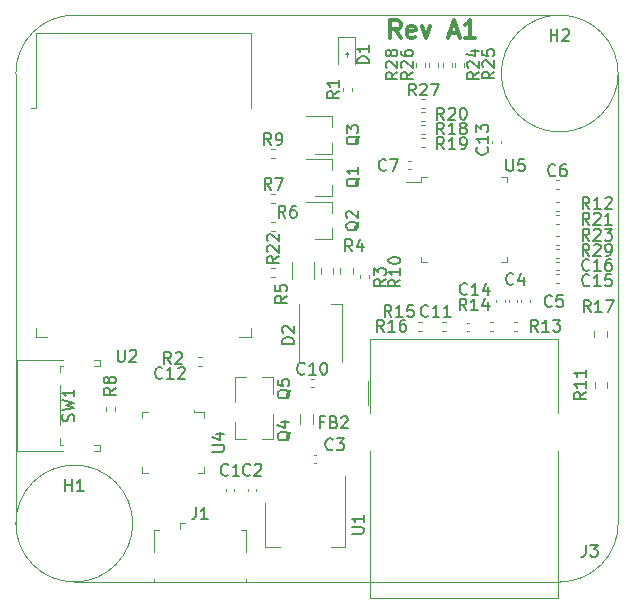
<source format=gbr>
G04 #@! TF.GenerationSoftware,KiCad,Pcbnew,(5.1.7)-1*
G04 #@! TF.CreationDate,2021-04-20T15:22:48-07:00*
G04 #@! TF.ProjectId,EsperDNS,45737065-7244-44e5-932e-6b696361645f,rev?*
G04 #@! TF.SameCoordinates,Original*
G04 #@! TF.FileFunction,Legend,Top*
G04 #@! TF.FilePolarity,Positive*
%FSLAX46Y46*%
G04 Gerber Fmt 4.6, Leading zero omitted, Abs format (unit mm)*
G04 Created by KiCad (PCBNEW (5.1.7)-1) date 2021-04-20 15:22:48*
%MOMM*%
%LPD*%
G01*
G04 APERTURE LIST*
%ADD10C,0.300000*%
G04 #@! TA.AperFunction,Profile*
%ADD11C,0.100000*%
G04 #@! TD*
%ADD12C,0.120000*%
%ADD13C,0.100000*%
%ADD14C,0.150000*%
G04 APERTURE END LIST*
D10*
X7071428Y22071428D02*
X6571428Y22785714D01*
X6214285Y22071428D02*
X6214285Y23571428D01*
X6785714Y23571428D01*
X6928571Y23500000D01*
X7000000Y23428571D01*
X7071428Y23285714D01*
X7071428Y23071428D01*
X7000000Y22928571D01*
X6928571Y22857142D01*
X6785714Y22785714D01*
X6214285Y22785714D01*
X8285714Y22142857D02*
X8142857Y22071428D01*
X7857142Y22071428D01*
X7714285Y22142857D01*
X7642857Y22285714D01*
X7642857Y22857142D01*
X7714285Y23000000D01*
X7857142Y23071428D01*
X8142857Y23071428D01*
X8285714Y23000000D01*
X8357142Y22857142D01*
X8357142Y22714285D01*
X7642857Y22571428D01*
X8857142Y23071428D02*
X9214285Y22071428D01*
X9571428Y23071428D01*
X11214285Y22500000D02*
X11928571Y22500000D01*
X11071428Y22071428D02*
X11571428Y23571428D01*
X12071428Y22071428D01*
X13357142Y22071428D02*
X12500000Y22071428D01*
X12928571Y22071428D02*
X12928571Y23571428D01*
X12785714Y23357142D01*
X12642857Y23214285D01*
X12500000Y23142857D01*
D11*
X-25500000Y-19050000D02*
G75*
G03*
X-20550000Y-24000000I4950000J0D01*
G01*
X20550000Y-24000000D02*
G75*
G03*
X25500000Y-19050000I0J4950000D01*
G01*
X25500000Y19050000D02*
G75*
G03*
X20550000Y24000000I-4950000J0D01*
G01*
X-20550000Y24000000D02*
G75*
G03*
X-25500000Y19050000I0J-4950000D01*
G01*
D12*
X-15600000Y-19050000D02*
G75*
G03*
X-15600000Y-19050000I-4950000J0D01*
G01*
X25500000Y19050000D02*
G75*
G03*
X25500000Y19050000I-4950000J0D01*
G01*
X2350000Y20700000D02*
X2500000Y20850000D01*
X2650000Y20700000D02*
X2350000Y20700000D01*
X2500000Y20850000D02*
X2650000Y20700000D01*
X2500000Y20450000D02*
X2500000Y20850000D01*
D11*
X25500000Y19050000D02*
X25500000Y-19050000D01*
X-20550000Y24000000D02*
X20550000Y24000000D01*
X-25500000Y19050000D02*
X-25500000Y-19050000D01*
X-20550000Y-24000000D02*
X20550000Y-24000000D01*
D12*
X15610000Y3090000D02*
X16060000Y3090000D01*
X16060000Y3090000D02*
X16060000Y3540000D01*
X9290000Y3090000D02*
X8840000Y3090000D01*
X8840000Y3090000D02*
X8840000Y3540000D01*
X15610000Y10310000D02*
X16060000Y10310000D01*
X16060000Y10310000D02*
X16060000Y9860000D01*
X9290000Y10310000D02*
X8840000Y10310000D01*
X8840000Y10310000D02*
X8840000Y9860000D01*
X8840000Y9860000D02*
X7550000Y9860000D01*
X20242164Y10010000D02*
X20457836Y10010000D01*
X20242164Y9290000D02*
X20457836Y9290000D01*
X20242164Y2060000D02*
X20457836Y2060000D01*
X20242164Y1340000D02*
X20457836Y1340000D01*
X-507836Y-6790000D02*
X-292164Y-6790000D01*
X-507836Y-7510000D02*
X-292164Y-7510000D01*
X-282836Y-13240000D02*
X-67164Y-13240000D01*
X-282836Y-13960000D02*
X-67164Y-13960000D01*
X20196359Y4230000D02*
X20503641Y4230000D01*
X20196359Y3470000D02*
X20503641Y3470000D01*
X9470000Y19596359D02*
X9470000Y19903641D01*
X10230000Y19596359D02*
X10230000Y19903641D01*
X9153641Y16170000D02*
X8846359Y16170000D01*
X9153641Y16930000D02*
X8846359Y16930000D01*
X9130000Y19903641D02*
X9130000Y19596359D01*
X8370000Y19903641D02*
X8370000Y19596359D01*
X12480000Y19903641D02*
X12480000Y19596359D01*
X11720000Y19903641D02*
X11720000Y19596359D01*
X11430000Y19903641D02*
X11430000Y19596359D01*
X10670000Y19903641D02*
X10670000Y19596359D01*
X20503641Y4520000D02*
X20196359Y4520000D01*
X20503641Y5280000D02*
X20196359Y5280000D01*
X20503641Y6320000D02*
X20196359Y6320000D01*
X20503641Y7080000D02*
X20196359Y7080000D01*
X20503641Y7370000D02*
X20196359Y7370000D01*
X20503641Y8130000D02*
X20196359Y8130000D01*
X24572500Y-7062742D02*
X24572500Y-7537258D01*
X23527500Y-7062742D02*
X23527500Y-7537258D01*
X20242164Y3110000D02*
X20457836Y3110000D01*
X20242164Y2390000D02*
X20457836Y2390000D01*
X15910000Y-92164D02*
X15910000Y-307836D01*
X15190000Y-92164D02*
X15190000Y-307836D01*
X14840000Y13142164D02*
X14840000Y13357836D01*
X15560000Y13142164D02*
X15560000Y13357836D01*
D13*
X-14800000Y-9600000D02*
X-14300000Y-9600000D01*
X-14800000Y-9600000D02*
X-14800000Y-10100000D01*
X-14800000Y-14800000D02*
X-14800000Y-14300000D01*
X-14800000Y-14800000D02*
X-14300000Y-14800000D01*
X-9600000Y-14800000D02*
X-10100000Y-14800000D01*
X-9600000Y-14800000D02*
X-9600000Y-14300000D01*
X-9600000Y-9600000D02*
X-10400000Y-9600000D01*
X-10400000Y-9600000D02*
X-10400000Y-9400000D01*
X-9600000Y-9600000D02*
X-9600000Y-10100000D01*
D12*
X-13806000Y-19573500D02*
X-13356000Y-19573500D01*
X-13806000Y-21423500D02*
X-13806000Y-19573500D01*
X-6006000Y-23973500D02*
X-6006000Y-23723500D01*
X-13806000Y-23973500D02*
X-13806000Y-23723500D01*
X-6006000Y-21423500D02*
X-6006000Y-19573500D01*
X-6006000Y-19573500D02*
X-6456000Y-19573500D01*
X-11606000Y-19023500D02*
X-11156000Y-19023500D01*
X-11606000Y-19023500D02*
X-11606000Y-19473500D01*
X-3754000Y-6606000D02*
X-4684000Y-6606000D01*
X-6914000Y-6606000D02*
X-5984000Y-6606000D01*
X-6914000Y-6606000D02*
X-6914000Y-8766000D01*
X-3754000Y-6606000D02*
X-3754000Y-8066000D01*
X-6914000Y-11936000D02*
X-5984000Y-11936000D01*
X-3754000Y-11936000D02*
X-4684000Y-11936000D01*
X-3754000Y-11936000D02*
X-3754000Y-9776000D01*
X-6914000Y-11936000D02*
X-6914000Y-10476000D01*
X24522500Y-3237258D02*
X24522500Y-2762742D01*
X23477500Y-3237258D02*
X23477500Y-2762742D01*
X-1460000Y-9800378D02*
X-1460000Y-10599622D01*
X-340000Y-9800378D02*
X-340000Y-10599622D01*
X-3546359Y2580000D02*
X-3853641Y2580000D01*
X-3546359Y1820000D02*
X-3853641Y1820000D01*
X-23820000Y-2455000D02*
X-23820000Y-3235000D01*
X-23820000Y-3235000D02*
X-22820000Y-3235000D01*
X-5580000Y-2455000D02*
X-5580000Y-3235000D01*
X-5580000Y-3235000D02*
X-6580000Y-3235000D01*
X-23820000Y22510000D02*
X-5580000Y22510000D01*
X-5580000Y22510000D02*
X-5580000Y16090000D01*
X-23820000Y22510000D02*
X-23820000Y16090000D01*
X-23820000Y16090000D02*
X-24200000Y16090000D01*
X-4410000Y-21060000D02*
X-3150000Y-21060000D01*
X2410000Y-21060000D02*
X1150000Y-21060000D01*
X-4410000Y-17300000D02*
X-4410000Y-21060000D01*
X2410000Y-15050000D02*
X2410000Y-21060000D01*
X-21730000Y-12390000D02*
X-21500000Y-12390000D01*
X-25400000Y-12910000D02*
X-25400000Y-5190000D01*
X-25400000Y-5190000D02*
X-21500000Y-5190000D01*
X-18390000Y-12910000D02*
X-18390000Y-12390000D01*
X-25400000Y-12910000D02*
X-21500000Y-12910000D01*
X-21730000Y-5710000D02*
X-21500000Y-5710000D01*
X-18900000Y-12390000D02*
X-18390000Y-12390000D01*
X-18900000Y-12910000D02*
X-18390000Y-12910000D01*
X-21730000Y-6250000D02*
X-21730000Y-5710000D01*
X-18900000Y-5710000D02*
X-18390000Y-5710000D01*
X-18390000Y-5710000D02*
X-18390000Y-5190000D01*
X-18900000Y-5190000D02*
X-18390000Y-5190000D01*
X-21730000Y-12390000D02*
X-21730000Y-11850000D01*
X-21730000Y-10750000D02*
X-21730000Y-7350000D01*
X9153641Y15070000D02*
X8846359Y15070000D01*
X9153641Y15830000D02*
X8846359Y15830000D01*
X9153641Y12870000D02*
X8846359Y12870000D01*
X9153641Y13630000D02*
X8846359Y13630000D01*
X9153641Y13970000D02*
X8846359Y13970000D01*
X9153641Y14730000D02*
X8846359Y14730000D01*
X8586359Y-2020000D02*
X8893641Y-2020000D01*
X8586359Y-2780000D02*
X8893641Y-2780000D01*
X10913641Y-2780000D02*
X10606359Y-2780000D01*
X10913641Y-2020000D02*
X10606359Y-2020000D01*
X14636359Y-2020000D02*
X14943641Y-2020000D01*
X14636359Y-2780000D02*
X14943641Y-2780000D01*
X16963641Y-2780000D02*
X16656359Y-2780000D01*
X16963641Y-2020000D02*
X16656359Y-2020000D01*
X3620000Y1696359D02*
X3620000Y2003641D01*
X4380000Y1696359D02*
X4380000Y2003641D01*
X-3863641Y12680000D02*
X-3556359Y12680000D01*
X-3863641Y11920000D02*
X-3556359Y11920000D01*
X-17880000Y-9503641D02*
X-17880000Y-9196359D01*
X-17120000Y-9503641D02*
X-17120000Y-9196359D01*
X-3853641Y8880000D02*
X-3546359Y8880000D01*
X-3853641Y8120000D02*
X-3546359Y8120000D01*
X-3863641Y6480000D02*
X-3556359Y6480000D01*
X-3863641Y5720000D02*
X-3556359Y5720000D01*
X-2110000Y1660436D02*
X-2110000Y3114564D01*
X-290000Y1660436D02*
X-290000Y3114564D01*
X327500Y2087742D02*
X327500Y2562258D01*
X1372500Y2087742D02*
X1372500Y2562258D01*
X1977500Y2087742D02*
X1977500Y2562258D01*
X3022500Y2087742D02*
X3022500Y2562258D01*
X-9752359Y-5714000D02*
X-10059641Y-5714000D01*
X-9752359Y-4954000D02*
X-10059641Y-4954000D01*
X2170000Y17556359D02*
X2170000Y17863641D01*
X2930000Y17556359D02*
X2930000Y17863641D01*
X1260000Y12270000D02*
X1260000Y13200000D01*
X1260000Y15430000D02*
X1260000Y14500000D01*
X1260000Y15430000D02*
X-900000Y15430000D01*
X1260000Y12270000D02*
X-200000Y12270000D01*
X1260000Y5020000D02*
X1260000Y5950000D01*
X1260000Y8180000D02*
X1260000Y7250000D01*
X1260000Y8180000D02*
X-900000Y8180000D01*
X1260000Y5020000D02*
X-200000Y5020000D01*
X1260000Y8670000D02*
X1260000Y9600000D01*
X1260000Y11830000D02*
X1260000Y10900000D01*
X1260000Y11830000D02*
X-900000Y11830000D01*
X1260000Y8670000D02*
X-200000Y8670000D01*
X4490000Y-9690000D02*
X4490000Y-3410000D01*
X4490000Y-3410000D02*
X20440000Y-3410000D01*
X20440000Y-3410000D02*
X20440000Y-9690000D01*
X20440000Y-12890000D02*
X20440000Y-25330000D01*
X20440000Y-25330000D02*
X4490000Y-25330000D01*
X4490000Y-25330000D02*
X4490000Y-12890000D01*
X4290000Y-7000000D02*
X4290000Y-9000000D01*
X2100000Y-450000D02*
X1200000Y-450000D01*
X-1500000Y-450000D02*
X-1500000Y-5350000D01*
X2100000Y-5350000D02*
X2100000Y-450000D01*
X3235000Y19862500D02*
X3235000Y22147500D01*
X3235000Y22147500D02*
X1765000Y22147500D01*
X1765000Y22147500D02*
X1765000Y19862500D01*
X12672164Y-2040000D02*
X12887836Y-2040000D01*
X12672164Y-2760000D02*
X12887836Y-2760000D01*
X7957836Y10940000D02*
X7742164Y10940000D01*
X7957836Y11660000D02*
X7742164Y11660000D01*
X18010000Y-92164D02*
X18010000Y-307836D01*
X17290000Y-92164D02*
X17290000Y-307836D01*
X16960000Y-92164D02*
X16960000Y-307836D01*
X16240000Y-92164D02*
X16240000Y-307836D01*
X-5140000Y-16092164D02*
X-5140000Y-16307836D01*
X-5860000Y-16092164D02*
X-5860000Y-16307836D01*
X-6990000Y-16112164D02*
X-6990000Y-16327836D01*
X-7710000Y-16112164D02*
X-7710000Y-16327836D01*
D14*
X16038095Y11797619D02*
X16038095Y10988095D01*
X16085714Y10892857D01*
X16133333Y10845238D01*
X16228571Y10797619D01*
X16419047Y10797619D01*
X16514285Y10845238D01*
X16561904Y10892857D01*
X16609523Y10988095D01*
X16609523Y11797619D01*
X17561904Y11797619D02*
X17085714Y11797619D01*
X17038095Y11321428D01*
X17085714Y11369047D01*
X17180952Y11416666D01*
X17419047Y11416666D01*
X17514285Y11369047D01*
X17561904Y11321428D01*
X17609523Y11226190D01*
X17609523Y10988095D01*
X17561904Y10892857D01*
X17514285Y10845238D01*
X17419047Y10797619D01*
X17180952Y10797619D01*
X17085714Y10845238D01*
X17038095Y10892857D01*
X20183333Y10452857D02*
X20135714Y10405238D01*
X19992857Y10357619D01*
X19897619Y10357619D01*
X19754761Y10405238D01*
X19659523Y10500476D01*
X19611904Y10595714D01*
X19564285Y10786190D01*
X19564285Y10929047D01*
X19611904Y11119523D01*
X19659523Y11214761D01*
X19754761Y11310000D01*
X19897619Y11357619D01*
X19992857Y11357619D01*
X20135714Y11310000D01*
X20183333Y11262380D01*
X21040476Y11357619D02*
X20850000Y11357619D01*
X20754761Y11310000D01*
X20707142Y11262380D01*
X20611904Y11119523D01*
X20564285Y10929047D01*
X20564285Y10548095D01*
X20611904Y10452857D01*
X20659523Y10405238D01*
X20754761Y10357619D01*
X20945238Y10357619D01*
X21040476Y10405238D01*
X21088095Y10452857D01*
X21135714Y10548095D01*
X21135714Y10786190D01*
X21088095Y10881428D01*
X21040476Y10929047D01*
X20945238Y10976666D01*
X20754761Y10976666D01*
X20659523Y10929047D01*
X20611904Y10881428D01*
X20564285Y10786190D01*
X23057142Y1142857D02*
X23009523Y1095238D01*
X22866666Y1047619D01*
X22771428Y1047619D01*
X22628571Y1095238D01*
X22533333Y1190476D01*
X22485714Y1285714D01*
X22438095Y1476190D01*
X22438095Y1619047D01*
X22485714Y1809523D01*
X22533333Y1904761D01*
X22628571Y2000000D01*
X22771428Y2047619D01*
X22866666Y2047619D01*
X23009523Y2000000D01*
X23057142Y1952380D01*
X24009523Y1047619D02*
X23438095Y1047619D01*
X23723809Y1047619D02*
X23723809Y2047619D01*
X23628571Y1904761D01*
X23533333Y1809523D01*
X23438095Y1761904D01*
X24914285Y2047619D02*
X24438095Y2047619D01*
X24390476Y1571428D01*
X24438095Y1619047D01*
X24533333Y1666666D01*
X24771428Y1666666D01*
X24866666Y1619047D01*
X24914285Y1571428D01*
X24961904Y1476190D01*
X24961904Y1238095D01*
X24914285Y1142857D01*
X24866666Y1095238D01*
X24771428Y1047619D01*
X24533333Y1047619D01*
X24438095Y1095238D01*
X24390476Y1142857D01*
X-1042857Y-6347142D02*
X-1090476Y-6394761D01*
X-1233333Y-6442380D01*
X-1328571Y-6442380D01*
X-1471428Y-6394761D01*
X-1566666Y-6299523D01*
X-1614285Y-6204285D01*
X-1661904Y-6013809D01*
X-1661904Y-5870952D01*
X-1614285Y-5680476D01*
X-1566666Y-5585238D01*
X-1471428Y-5490000D01*
X-1328571Y-5442380D01*
X-1233333Y-5442380D01*
X-1090476Y-5490000D01*
X-1042857Y-5537619D01*
X-90476Y-6442380D02*
X-661904Y-6442380D01*
X-376190Y-6442380D02*
X-376190Y-5442380D01*
X-471428Y-5585238D01*
X-566666Y-5680476D01*
X-661904Y-5728095D01*
X528571Y-5442380D02*
X623809Y-5442380D01*
X719047Y-5490000D01*
X766666Y-5537619D01*
X814285Y-5632857D01*
X861904Y-5823333D01*
X861904Y-6061428D01*
X814285Y-6251904D01*
X766666Y-6347142D01*
X719047Y-6394761D01*
X623809Y-6442380D01*
X528571Y-6442380D01*
X433333Y-6394761D01*
X385714Y-6347142D01*
X338095Y-6251904D01*
X290476Y-6061428D01*
X290476Y-5823333D01*
X338095Y-5632857D01*
X385714Y-5537619D01*
X433333Y-5490000D01*
X528571Y-5442380D01*
X1333333Y-12757142D02*
X1285714Y-12804761D01*
X1142857Y-12852380D01*
X1047619Y-12852380D01*
X904761Y-12804761D01*
X809523Y-12709523D01*
X761904Y-12614285D01*
X714285Y-12423809D01*
X714285Y-12280952D01*
X761904Y-12090476D01*
X809523Y-11995238D01*
X904761Y-11900000D01*
X1047619Y-11852380D01*
X1142857Y-11852380D01*
X1285714Y-11900000D01*
X1333333Y-11947619D01*
X1666666Y-11852380D02*
X2285714Y-11852380D01*
X1952380Y-12233333D01*
X2095238Y-12233333D01*
X2190476Y-12280952D01*
X2238095Y-12328571D01*
X2285714Y-12423809D01*
X2285714Y-12661904D01*
X2238095Y-12757142D01*
X2190476Y-12804761D01*
X2095238Y-12852380D01*
X1809523Y-12852380D01*
X1714285Y-12804761D01*
X1666666Y-12757142D01*
X23057142Y3597619D02*
X22723809Y4073809D01*
X22485714Y3597619D02*
X22485714Y4597619D01*
X22866666Y4597619D01*
X22961904Y4550000D01*
X23009523Y4502380D01*
X23057142Y4407142D01*
X23057142Y4264285D01*
X23009523Y4169047D01*
X22961904Y4121428D01*
X22866666Y4073809D01*
X22485714Y4073809D01*
X23438095Y4502380D02*
X23485714Y4550000D01*
X23580952Y4597619D01*
X23819047Y4597619D01*
X23914285Y4550000D01*
X23961904Y4502380D01*
X24009523Y4407142D01*
X24009523Y4311904D01*
X23961904Y4169047D01*
X23390476Y3597619D01*
X24009523Y3597619D01*
X24485714Y3597619D02*
X24676190Y3597619D01*
X24771428Y3645238D01*
X24819047Y3692857D01*
X24914285Y3835714D01*
X24961904Y4026190D01*
X24961904Y4407142D01*
X24914285Y4502380D01*
X24866666Y4550000D01*
X24771428Y4597619D01*
X24580952Y4597619D01*
X24485714Y4550000D01*
X24438095Y4502380D01*
X24390476Y4407142D01*
X24390476Y4169047D01*
X24438095Y4073809D01*
X24485714Y4026190D01*
X24580952Y3978571D01*
X24771428Y3978571D01*
X24866666Y4026190D01*
X24914285Y4073809D01*
X24961904Y4169047D01*
X6802380Y19157142D02*
X6326190Y18823809D01*
X6802380Y18585714D02*
X5802380Y18585714D01*
X5802380Y18966666D01*
X5850000Y19061904D01*
X5897619Y19109523D01*
X5992857Y19157142D01*
X6135714Y19157142D01*
X6230952Y19109523D01*
X6278571Y19061904D01*
X6326190Y18966666D01*
X6326190Y18585714D01*
X5897619Y19538095D02*
X5850000Y19585714D01*
X5802380Y19680952D01*
X5802380Y19919047D01*
X5850000Y20014285D01*
X5897619Y20061904D01*
X5992857Y20109523D01*
X6088095Y20109523D01*
X6230952Y20061904D01*
X6802380Y19490476D01*
X6802380Y20109523D01*
X6230952Y20680952D02*
X6183333Y20585714D01*
X6135714Y20538095D01*
X6040476Y20490476D01*
X5992857Y20490476D01*
X5897619Y20538095D01*
X5850000Y20585714D01*
X5802380Y20680952D01*
X5802380Y20871428D01*
X5850000Y20966666D01*
X5897619Y21014285D01*
X5992857Y21061904D01*
X6040476Y21061904D01*
X6135714Y21014285D01*
X6183333Y20966666D01*
X6230952Y20871428D01*
X6230952Y20680952D01*
X6278571Y20585714D01*
X6326190Y20538095D01*
X6421428Y20490476D01*
X6611904Y20490476D01*
X6707142Y20538095D01*
X6754761Y20585714D01*
X6802380Y20680952D01*
X6802380Y20871428D01*
X6754761Y20966666D01*
X6707142Y21014285D01*
X6611904Y21061904D01*
X6421428Y21061904D01*
X6326190Y21014285D01*
X6278571Y20966666D01*
X6230952Y20871428D01*
X8357142Y17197619D02*
X8023809Y17673809D01*
X7785714Y17197619D02*
X7785714Y18197619D01*
X8166666Y18197619D01*
X8261904Y18150000D01*
X8309523Y18102380D01*
X8357142Y18007142D01*
X8357142Y17864285D01*
X8309523Y17769047D01*
X8261904Y17721428D01*
X8166666Y17673809D01*
X7785714Y17673809D01*
X8738095Y18102380D02*
X8785714Y18150000D01*
X8880952Y18197619D01*
X9119047Y18197619D01*
X9214285Y18150000D01*
X9261904Y18102380D01*
X9309523Y18007142D01*
X9309523Y17911904D01*
X9261904Y17769047D01*
X8690476Y17197619D01*
X9309523Y17197619D01*
X9642857Y18197619D02*
X10309523Y18197619D01*
X9880952Y17197619D01*
X8102380Y19157142D02*
X7626190Y18823809D01*
X8102380Y18585714D02*
X7102380Y18585714D01*
X7102380Y18966666D01*
X7150000Y19061904D01*
X7197619Y19109523D01*
X7292857Y19157142D01*
X7435714Y19157142D01*
X7530952Y19109523D01*
X7578571Y19061904D01*
X7626190Y18966666D01*
X7626190Y18585714D01*
X7197619Y19538095D02*
X7150000Y19585714D01*
X7102380Y19680952D01*
X7102380Y19919047D01*
X7150000Y20014285D01*
X7197619Y20061904D01*
X7292857Y20109523D01*
X7388095Y20109523D01*
X7530952Y20061904D01*
X8102380Y19490476D01*
X8102380Y20109523D01*
X7102380Y20966666D02*
X7102380Y20776190D01*
X7150000Y20680952D01*
X7197619Y20633333D01*
X7340476Y20538095D01*
X7530952Y20490476D01*
X7911904Y20490476D01*
X8007142Y20538095D01*
X8054761Y20585714D01*
X8102380Y20680952D01*
X8102380Y20871428D01*
X8054761Y20966666D01*
X8007142Y21014285D01*
X7911904Y21061904D01*
X7673809Y21061904D01*
X7578571Y21014285D01*
X7530952Y20966666D01*
X7483333Y20871428D01*
X7483333Y20680952D01*
X7530952Y20585714D01*
X7578571Y20538095D01*
X7673809Y20490476D01*
X15002380Y19207142D02*
X14526190Y18873809D01*
X15002380Y18635714D02*
X14002380Y18635714D01*
X14002380Y19016666D01*
X14050000Y19111904D01*
X14097619Y19159523D01*
X14192857Y19207142D01*
X14335714Y19207142D01*
X14430952Y19159523D01*
X14478571Y19111904D01*
X14526190Y19016666D01*
X14526190Y18635714D01*
X14097619Y19588095D02*
X14050000Y19635714D01*
X14002380Y19730952D01*
X14002380Y19969047D01*
X14050000Y20064285D01*
X14097619Y20111904D01*
X14192857Y20159523D01*
X14288095Y20159523D01*
X14430952Y20111904D01*
X15002380Y19540476D01*
X15002380Y20159523D01*
X14002380Y21064285D02*
X14002380Y20588095D01*
X14478571Y20540476D01*
X14430952Y20588095D01*
X14383333Y20683333D01*
X14383333Y20921428D01*
X14430952Y21016666D01*
X14478571Y21064285D01*
X14573809Y21111904D01*
X14811904Y21111904D01*
X14907142Y21064285D01*
X14954761Y21016666D01*
X15002380Y20921428D01*
X15002380Y20683333D01*
X14954761Y20588095D01*
X14907142Y20540476D01*
X13702380Y19157142D02*
X13226190Y18823809D01*
X13702380Y18585714D02*
X12702380Y18585714D01*
X12702380Y18966666D01*
X12750000Y19061904D01*
X12797619Y19109523D01*
X12892857Y19157142D01*
X13035714Y19157142D01*
X13130952Y19109523D01*
X13178571Y19061904D01*
X13226190Y18966666D01*
X13226190Y18585714D01*
X12797619Y19538095D02*
X12750000Y19585714D01*
X12702380Y19680952D01*
X12702380Y19919047D01*
X12750000Y20014285D01*
X12797619Y20061904D01*
X12892857Y20109523D01*
X12988095Y20109523D01*
X13130952Y20061904D01*
X13702380Y19490476D01*
X13702380Y20109523D01*
X13035714Y20966666D02*
X13702380Y20966666D01*
X12654761Y20728571D02*
X13369047Y20490476D01*
X13369047Y21109523D01*
X23057142Y4897619D02*
X22723809Y5373809D01*
X22485714Y4897619D02*
X22485714Y5897619D01*
X22866666Y5897619D01*
X22961904Y5850000D01*
X23009523Y5802380D01*
X23057142Y5707142D01*
X23057142Y5564285D01*
X23009523Y5469047D01*
X22961904Y5421428D01*
X22866666Y5373809D01*
X22485714Y5373809D01*
X23438095Y5802380D02*
X23485714Y5850000D01*
X23580952Y5897619D01*
X23819047Y5897619D01*
X23914285Y5850000D01*
X23961904Y5802380D01*
X24009523Y5707142D01*
X24009523Y5611904D01*
X23961904Y5469047D01*
X23390476Y4897619D01*
X24009523Y4897619D01*
X24342857Y5897619D02*
X24961904Y5897619D01*
X24628571Y5516666D01*
X24771428Y5516666D01*
X24866666Y5469047D01*
X24914285Y5421428D01*
X24961904Y5326190D01*
X24961904Y5088095D01*
X24914285Y4992857D01*
X24866666Y4945238D01*
X24771428Y4897619D01*
X24485714Y4897619D01*
X24390476Y4945238D01*
X24342857Y4992857D01*
X23057142Y6247619D02*
X22723809Y6723809D01*
X22485714Y6247619D02*
X22485714Y7247619D01*
X22866666Y7247619D01*
X22961904Y7200000D01*
X23009523Y7152380D01*
X23057142Y7057142D01*
X23057142Y6914285D01*
X23009523Y6819047D01*
X22961904Y6771428D01*
X22866666Y6723809D01*
X22485714Y6723809D01*
X23438095Y7152380D02*
X23485714Y7200000D01*
X23580952Y7247619D01*
X23819047Y7247619D01*
X23914285Y7200000D01*
X23961904Y7152380D01*
X24009523Y7057142D01*
X24009523Y6961904D01*
X23961904Y6819047D01*
X23390476Y6247619D01*
X24009523Y6247619D01*
X24961904Y6247619D02*
X24390476Y6247619D01*
X24676190Y6247619D02*
X24676190Y7247619D01*
X24580952Y7104761D01*
X24485714Y7009523D01*
X24390476Y6961904D01*
X23057142Y7597619D02*
X22723809Y8073809D01*
X22485714Y7597619D02*
X22485714Y8597619D01*
X22866666Y8597619D01*
X22961904Y8550000D01*
X23009523Y8502380D01*
X23057142Y8407142D01*
X23057142Y8264285D01*
X23009523Y8169047D01*
X22961904Y8121428D01*
X22866666Y8073809D01*
X22485714Y8073809D01*
X24009523Y7597619D02*
X23438095Y7597619D01*
X23723809Y7597619D02*
X23723809Y8597619D01*
X23628571Y8454761D01*
X23533333Y8359523D01*
X23438095Y8311904D01*
X24390476Y8502380D02*
X24438095Y8550000D01*
X24533333Y8597619D01*
X24771428Y8597619D01*
X24866666Y8550000D01*
X24914285Y8502380D01*
X24961904Y8407142D01*
X24961904Y8311904D01*
X24914285Y8169047D01*
X24342857Y7597619D01*
X24961904Y7597619D01*
X22752380Y-7942857D02*
X22276190Y-8276190D01*
X22752380Y-8514285D02*
X21752380Y-8514285D01*
X21752380Y-8133333D01*
X21800000Y-8038095D01*
X21847619Y-7990476D01*
X21942857Y-7942857D01*
X22085714Y-7942857D01*
X22180952Y-7990476D01*
X22228571Y-8038095D01*
X22276190Y-8133333D01*
X22276190Y-8514285D01*
X22752380Y-6990476D02*
X22752380Y-7561904D01*
X22752380Y-7276190D02*
X21752380Y-7276190D01*
X21895238Y-7371428D01*
X21990476Y-7466666D01*
X22038095Y-7561904D01*
X22752380Y-6038095D02*
X22752380Y-6609523D01*
X22752380Y-6323809D02*
X21752380Y-6323809D01*
X21895238Y-6419047D01*
X21990476Y-6514285D01*
X22038095Y-6609523D01*
X23057142Y2442857D02*
X23009523Y2395238D01*
X22866666Y2347619D01*
X22771428Y2347619D01*
X22628571Y2395238D01*
X22533333Y2490476D01*
X22485714Y2585714D01*
X22438095Y2776190D01*
X22438095Y2919047D01*
X22485714Y3109523D01*
X22533333Y3204761D01*
X22628571Y3300000D01*
X22771428Y3347619D01*
X22866666Y3347619D01*
X23009523Y3300000D01*
X23057142Y3252380D01*
X24009523Y2347619D02*
X23438095Y2347619D01*
X23723809Y2347619D02*
X23723809Y3347619D01*
X23628571Y3204761D01*
X23533333Y3109523D01*
X23438095Y3061904D01*
X24866666Y3347619D02*
X24676190Y3347619D01*
X24580952Y3300000D01*
X24533333Y3252380D01*
X24438095Y3109523D01*
X24390476Y2919047D01*
X24390476Y2538095D01*
X24438095Y2442857D01*
X24485714Y2395238D01*
X24580952Y2347619D01*
X24771428Y2347619D01*
X24866666Y2395238D01*
X24914285Y2442857D01*
X24961904Y2538095D01*
X24961904Y2776190D01*
X24914285Y2871428D01*
X24866666Y2919047D01*
X24771428Y2966666D01*
X24580952Y2966666D01*
X24485714Y2919047D01*
X24438095Y2871428D01*
X24390476Y2776190D01*
X12707142Y392857D02*
X12659523Y345238D01*
X12516666Y297619D01*
X12421428Y297619D01*
X12278571Y345238D01*
X12183333Y440476D01*
X12135714Y535714D01*
X12088095Y726190D01*
X12088095Y869047D01*
X12135714Y1059523D01*
X12183333Y1154761D01*
X12278571Y1250000D01*
X12421428Y1297619D01*
X12516666Y1297619D01*
X12659523Y1250000D01*
X12707142Y1202380D01*
X13659523Y297619D02*
X13088095Y297619D01*
X13373809Y297619D02*
X13373809Y1297619D01*
X13278571Y1154761D01*
X13183333Y1059523D01*
X13088095Y1011904D01*
X14516666Y964285D02*
X14516666Y297619D01*
X14278571Y1345238D02*
X14040476Y630952D01*
X14659523Y630952D01*
X14397142Y12807142D02*
X14444761Y12759523D01*
X14492380Y12616666D01*
X14492380Y12521428D01*
X14444761Y12378571D01*
X14349523Y12283333D01*
X14254285Y12235714D01*
X14063809Y12188095D01*
X13920952Y12188095D01*
X13730476Y12235714D01*
X13635238Y12283333D01*
X13540000Y12378571D01*
X13492380Y12521428D01*
X13492380Y12616666D01*
X13540000Y12759523D01*
X13587619Y12807142D01*
X14492380Y13759523D02*
X14492380Y13188095D01*
X14492380Y13473809D02*
X13492380Y13473809D01*
X13635238Y13378571D01*
X13730476Y13283333D01*
X13778095Y13188095D01*
X13492380Y14092857D02*
X13492380Y14711904D01*
X13873333Y14378571D01*
X13873333Y14521428D01*
X13920952Y14616666D01*
X13968571Y14664285D01*
X14063809Y14711904D01*
X14301904Y14711904D01*
X14397142Y14664285D01*
X14444761Y14616666D01*
X14492380Y14521428D01*
X14492380Y14235714D01*
X14444761Y14140476D01*
X14397142Y14092857D01*
X-8847619Y-12961904D02*
X-8038095Y-12961904D01*
X-7942857Y-12914285D01*
X-7895238Y-12866666D01*
X-7847619Y-12771428D01*
X-7847619Y-12580952D01*
X-7895238Y-12485714D01*
X-7942857Y-12438095D01*
X-8038095Y-12390476D01*
X-8847619Y-12390476D01*
X-8514285Y-11485714D02*
X-7847619Y-11485714D01*
X-8895238Y-11723809D02*
X-8180952Y-11961904D01*
X-8180952Y-11342857D01*
X-13088857Y-6707142D02*
X-13136476Y-6754761D01*
X-13279333Y-6802380D01*
X-13374571Y-6802380D01*
X-13517428Y-6754761D01*
X-13612666Y-6659523D01*
X-13660285Y-6564285D01*
X-13707904Y-6373809D01*
X-13707904Y-6230952D01*
X-13660285Y-6040476D01*
X-13612666Y-5945238D01*
X-13517428Y-5850000D01*
X-13374571Y-5802380D01*
X-13279333Y-5802380D01*
X-13136476Y-5850000D01*
X-13088857Y-5897619D01*
X-12136476Y-6802380D02*
X-12707904Y-6802380D01*
X-12422190Y-6802380D02*
X-12422190Y-5802380D01*
X-12517428Y-5945238D01*
X-12612666Y-6040476D01*
X-12707904Y-6088095D01*
X-11755523Y-5897619D02*
X-11707904Y-5850000D01*
X-11612666Y-5802380D01*
X-11374571Y-5802380D01*
X-11279333Y-5850000D01*
X-11231714Y-5897619D01*
X-11184095Y-5992857D01*
X-11184095Y-6088095D01*
X-11231714Y-6230952D01*
X-11803142Y-6802380D01*
X-11184095Y-6802380D01*
X-10239333Y-17675880D02*
X-10239333Y-18390166D01*
X-10286952Y-18533023D01*
X-10382190Y-18628261D01*
X-10525047Y-18675880D01*
X-10620285Y-18675880D01*
X-9239333Y-18675880D02*
X-9810761Y-18675880D01*
X-9525047Y-18675880D02*
X-9525047Y-17675880D01*
X-9620285Y-17818738D01*
X-9715523Y-17913976D01*
X-9810761Y-17961595D01*
X-2246380Y-7715238D02*
X-2294000Y-7810476D01*
X-2389238Y-7905714D01*
X-2532095Y-8048571D01*
X-2579714Y-8143809D01*
X-2579714Y-8239047D01*
X-2341619Y-8191428D02*
X-2389238Y-8286666D01*
X-2484476Y-8381904D01*
X-2674952Y-8429523D01*
X-3008285Y-8429523D01*
X-3198761Y-8381904D01*
X-3294000Y-8286666D01*
X-3341619Y-8191428D01*
X-3341619Y-8000952D01*
X-3294000Y-7905714D01*
X-3198761Y-7810476D01*
X-3008285Y-7762857D01*
X-2674952Y-7762857D01*
X-2484476Y-7810476D01*
X-2389238Y-7905714D01*
X-2341619Y-8000952D01*
X-2341619Y-8191428D01*
X-3341619Y-6858095D02*
X-3341619Y-7334285D01*
X-2865428Y-7381904D01*
X-2913047Y-7334285D01*
X-2960666Y-7239047D01*
X-2960666Y-7000952D01*
X-2913047Y-6905714D01*
X-2865428Y-6858095D01*
X-2770190Y-6810476D01*
X-2532095Y-6810476D01*
X-2436857Y-6858095D01*
X-2389238Y-6905714D01*
X-2341619Y-7000952D01*
X-2341619Y-7239047D01*
X-2389238Y-7334285D01*
X-2436857Y-7381904D01*
X-2246380Y-11271238D02*
X-2294000Y-11366476D01*
X-2389238Y-11461714D01*
X-2532095Y-11604571D01*
X-2579714Y-11699809D01*
X-2579714Y-11795047D01*
X-2341619Y-11747428D02*
X-2389238Y-11842666D01*
X-2484476Y-11937904D01*
X-2674952Y-11985523D01*
X-3008285Y-11985523D01*
X-3198761Y-11937904D01*
X-3294000Y-11842666D01*
X-3341619Y-11747428D01*
X-3341619Y-11556952D01*
X-3294000Y-11461714D01*
X-3198761Y-11366476D01*
X-3008285Y-11318857D01*
X-2674952Y-11318857D01*
X-2484476Y-11366476D01*
X-2389238Y-11461714D01*
X-2341619Y-11556952D01*
X-2341619Y-11747428D01*
X-3008285Y-10461714D02*
X-2341619Y-10461714D01*
X-3389238Y-10699809D02*
X-2674952Y-10937904D01*
X-2674952Y-10318857D01*
X23157142Y-1152380D02*
X22823809Y-676190D01*
X22585714Y-1152380D02*
X22585714Y-152380D01*
X22966666Y-152380D01*
X23061904Y-200000D01*
X23109523Y-247619D01*
X23157142Y-342857D01*
X23157142Y-485714D01*
X23109523Y-580952D01*
X23061904Y-628571D01*
X22966666Y-676190D01*
X22585714Y-676190D01*
X24109523Y-1152380D02*
X23538095Y-1152380D01*
X23823809Y-1152380D02*
X23823809Y-152380D01*
X23728571Y-295238D01*
X23633333Y-390476D01*
X23538095Y-438095D01*
X24442857Y-152380D02*
X25109523Y-152380D01*
X24680952Y-1152380D01*
X576666Y-10458571D02*
X243333Y-10458571D01*
X243333Y-10982380D02*
X243333Y-9982380D01*
X719523Y-9982380D01*
X1433809Y-10458571D02*
X1576666Y-10506190D01*
X1624285Y-10553809D01*
X1671904Y-10649047D01*
X1671904Y-10791904D01*
X1624285Y-10887142D01*
X1576666Y-10934761D01*
X1481428Y-10982380D01*
X1100476Y-10982380D01*
X1100476Y-9982380D01*
X1433809Y-9982380D01*
X1529047Y-10030000D01*
X1576666Y-10077619D01*
X1624285Y-10172857D01*
X1624285Y-10268095D01*
X1576666Y-10363333D01*
X1529047Y-10410952D01*
X1433809Y-10458571D01*
X1100476Y-10458571D01*
X2052857Y-10077619D02*
X2100476Y-10030000D01*
X2195714Y-9982380D01*
X2433809Y-9982380D01*
X2529047Y-10030000D01*
X2576666Y-10077619D01*
X2624285Y-10172857D01*
X2624285Y-10268095D01*
X2576666Y-10410952D01*
X2005238Y-10982380D01*
X2624285Y-10982380D01*
X-3247619Y3557142D02*
X-3723809Y3223809D01*
X-3247619Y2985714D02*
X-4247619Y2985714D01*
X-4247619Y3366666D01*
X-4200000Y3461904D01*
X-4152380Y3509523D01*
X-4057142Y3557142D01*
X-3914285Y3557142D01*
X-3819047Y3509523D01*
X-3771428Y3461904D01*
X-3723809Y3366666D01*
X-3723809Y2985714D01*
X-4152380Y3938095D02*
X-4200000Y3985714D01*
X-4247619Y4080952D01*
X-4247619Y4319047D01*
X-4200000Y4414285D01*
X-4152380Y4461904D01*
X-4057142Y4509523D01*
X-3961904Y4509523D01*
X-3819047Y4461904D01*
X-3247619Y3890476D01*
X-3247619Y4509523D01*
X-4152380Y4890476D02*
X-4200000Y4938095D01*
X-4247619Y5033333D01*
X-4247619Y5271428D01*
X-4200000Y5366666D01*
X-4152380Y5414285D01*
X-4057142Y5461904D01*
X-3961904Y5461904D01*
X-3819047Y5414285D01*
X-3247619Y4842857D01*
X-3247619Y5461904D01*
X-16861904Y-4352380D02*
X-16861904Y-5161904D01*
X-16814285Y-5257142D01*
X-16766666Y-5304761D01*
X-16671428Y-5352380D01*
X-16480952Y-5352380D01*
X-16385714Y-5304761D01*
X-16338095Y-5257142D01*
X-16290476Y-5161904D01*
X-16290476Y-4352380D01*
X-15861904Y-4447619D02*
X-15814285Y-4400000D01*
X-15719047Y-4352380D01*
X-15480952Y-4352380D01*
X-15385714Y-4400000D01*
X-15338095Y-4447619D01*
X-15290476Y-4542857D01*
X-15290476Y-4638095D01*
X-15338095Y-4780952D01*
X-15909523Y-5352380D01*
X-15290476Y-5352380D01*
X2952380Y-19911904D02*
X3761904Y-19911904D01*
X3857142Y-19864285D01*
X3904761Y-19816666D01*
X3952380Y-19721428D01*
X3952380Y-19530952D01*
X3904761Y-19435714D01*
X3857142Y-19388095D01*
X3761904Y-19340476D01*
X2952380Y-19340476D01*
X3952380Y-18340476D02*
X3952380Y-18911904D01*
X3952380Y-18626190D02*
X2952380Y-18626190D01*
X3095238Y-18721428D01*
X3190476Y-18816666D01*
X3238095Y-18911904D01*
X-20615238Y-10383333D02*
X-20567619Y-10240476D01*
X-20567619Y-10002380D01*
X-20615238Y-9907142D01*
X-20662857Y-9859523D01*
X-20758095Y-9811904D01*
X-20853333Y-9811904D01*
X-20948571Y-9859523D01*
X-20996190Y-9907142D01*
X-21043809Y-10002380D01*
X-21091428Y-10192857D01*
X-21139047Y-10288095D01*
X-21186666Y-10335714D01*
X-21281904Y-10383333D01*
X-21377142Y-10383333D01*
X-21472380Y-10335714D01*
X-21520000Y-10288095D01*
X-21567619Y-10192857D01*
X-21567619Y-9954761D01*
X-21520000Y-9811904D01*
X-21567619Y-9478571D02*
X-20567619Y-9240476D01*
X-21281904Y-9050000D01*
X-20567619Y-8859523D01*
X-21567619Y-8621428D01*
X-20567619Y-7716666D02*
X-20567619Y-8288095D01*
X-20567619Y-8002380D02*
X-21567619Y-8002380D01*
X-21424761Y-8097619D01*
X-21329523Y-8192857D01*
X-21281904Y-8288095D01*
X10757142Y15147619D02*
X10423809Y15623809D01*
X10185714Y15147619D02*
X10185714Y16147619D01*
X10566666Y16147619D01*
X10661904Y16100000D01*
X10709523Y16052380D01*
X10757142Y15957142D01*
X10757142Y15814285D01*
X10709523Y15719047D01*
X10661904Y15671428D01*
X10566666Y15623809D01*
X10185714Y15623809D01*
X11138095Y16052380D02*
X11185714Y16100000D01*
X11280952Y16147619D01*
X11519047Y16147619D01*
X11614285Y16100000D01*
X11661904Y16052380D01*
X11709523Y15957142D01*
X11709523Y15861904D01*
X11661904Y15719047D01*
X11090476Y15147619D01*
X11709523Y15147619D01*
X12328571Y16147619D02*
X12423809Y16147619D01*
X12519047Y16100000D01*
X12566666Y16052380D01*
X12614285Y15957142D01*
X12661904Y15766666D01*
X12661904Y15528571D01*
X12614285Y15338095D01*
X12566666Y15242857D01*
X12519047Y15195238D01*
X12423809Y15147619D01*
X12328571Y15147619D01*
X12233333Y15195238D01*
X12185714Y15242857D01*
X12138095Y15338095D01*
X12090476Y15528571D01*
X12090476Y15766666D01*
X12138095Y15957142D01*
X12185714Y16052380D01*
X12233333Y16100000D01*
X12328571Y16147619D01*
X10757142Y12647619D02*
X10423809Y13123809D01*
X10185714Y12647619D02*
X10185714Y13647619D01*
X10566666Y13647619D01*
X10661904Y13600000D01*
X10709523Y13552380D01*
X10757142Y13457142D01*
X10757142Y13314285D01*
X10709523Y13219047D01*
X10661904Y13171428D01*
X10566666Y13123809D01*
X10185714Y13123809D01*
X11709523Y12647619D02*
X11138095Y12647619D01*
X11423809Y12647619D02*
X11423809Y13647619D01*
X11328571Y13504761D01*
X11233333Y13409523D01*
X11138095Y13361904D01*
X12185714Y12647619D02*
X12376190Y12647619D01*
X12471428Y12695238D01*
X12519047Y12742857D01*
X12614285Y12885714D01*
X12661904Y13076190D01*
X12661904Y13457142D01*
X12614285Y13552380D01*
X12566666Y13600000D01*
X12471428Y13647619D01*
X12280952Y13647619D01*
X12185714Y13600000D01*
X12138095Y13552380D01*
X12090476Y13457142D01*
X12090476Y13219047D01*
X12138095Y13123809D01*
X12185714Y13076190D01*
X12280952Y13028571D01*
X12471428Y13028571D01*
X12566666Y13076190D01*
X12614285Y13123809D01*
X12661904Y13219047D01*
X10757142Y13897619D02*
X10423809Y14373809D01*
X10185714Y13897619D02*
X10185714Y14897619D01*
X10566666Y14897619D01*
X10661904Y14850000D01*
X10709523Y14802380D01*
X10757142Y14707142D01*
X10757142Y14564285D01*
X10709523Y14469047D01*
X10661904Y14421428D01*
X10566666Y14373809D01*
X10185714Y14373809D01*
X11709523Y13897619D02*
X11138095Y13897619D01*
X11423809Y13897619D02*
X11423809Y14897619D01*
X11328571Y14754761D01*
X11233333Y14659523D01*
X11138095Y14611904D01*
X12280952Y14469047D02*
X12185714Y14516666D01*
X12138095Y14564285D01*
X12090476Y14659523D01*
X12090476Y14707142D01*
X12138095Y14802380D01*
X12185714Y14850000D01*
X12280952Y14897619D01*
X12471428Y14897619D01*
X12566666Y14850000D01*
X12614285Y14802380D01*
X12661904Y14707142D01*
X12661904Y14659523D01*
X12614285Y14564285D01*
X12566666Y14516666D01*
X12471428Y14469047D01*
X12280952Y14469047D01*
X12185714Y14421428D01*
X12138095Y14373809D01*
X12090476Y14278571D01*
X12090476Y14088095D01*
X12138095Y13992857D01*
X12185714Y13945238D01*
X12280952Y13897619D01*
X12471428Y13897619D01*
X12566666Y13945238D01*
X12614285Y13992857D01*
X12661904Y14088095D01*
X12661904Y14278571D01*
X12614285Y14373809D01*
X12566666Y14421428D01*
X12471428Y14469047D01*
X5657142Y-2802380D02*
X5323809Y-2326190D01*
X5085714Y-2802380D02*
X5085714Y-1802380D01*
X5466666Y-1802380D01*
X5561904Y-1850000D01*
X5609523Y-1897619D01*
X5657142Y-1992857D01*
X5657142Y-2135714D01*
X5609523Y-2230952D01*
X5561904Y-2278571D01*
X5466666Y-2326190D01*
X5085714Y-2326190D01*
X6609523Y-2802380D02*
X6038095Y-2802380D01*
X6323809Y-2802380D02*
X6323809Y-1802380D01*
X6228571Y-1945238D01*
X6133333Y-2040476D01*
X6038095Y-2088095D01*
X7466666Y-1802380D02*
X7276190Y-1802380D01*
X7180952Y-1850000D01*
X7133333Y-1897619D01*
X7038095Y-2040476D01*
X6990476Y-2230952D01*
X6990476Y-2611904D01*
X7038095Y-2707142D01*
X7085714Y-2754761D01*
X7180952Y-2802380D01*
X7371428Y-2802380D01*
X7466666Y-2754761D01*
X7514285Y-2707142D01*
X7561904Y-2611904D01*
X7561904Y-2373809D01*
X7514285Y-2278571D01*
X7466666Y-2230952D01*
X7371428Y-2183333D01*
X7180952Y-2183333D01*
X7085714Y-2230952D01*
X7038095Y-2278571D01*
X6990476Y-2373809D01*
X6307142Y-1552380D02*
X5973809Y-1076190D01*
X5735714Y-1552380D02*
X5735714Y-552380D01*
X6116666Y-552380D01*
X6211904Y-600000D01*
X6259523Y-647619D01*
X6307142Y-742857D01*
X6307142Y-885714D01*
X6259523Y-980952D01*
X6211904Y-1028571D01*
X6116666Y-1076190D01*
X5735714Y-1076190D01*
X7259523Y-1552380D02*
X6688095Y-1552380D01*
X6973809Y-1552380D02*
X6973809Y-552380D01*
X6878571Y-695238D01*
X6783333Y-790476D01*
X6688095Y-838095D01*
X8164285Y-552380D02*
X7688095Y-552380D01*
X7640476Y-1028571D01*
X7688095Y-980952D01*
X7783333Y-933333D01*
X8021428Y-933333D01*
X8116666Y-980952D01*
X8164285Y-1028571D01*
X8211904Y-1123809D01*
X8211904Y-1361904D01*
X8164285Y-1457142D01*
X8116666Y-1504761D01*
X8021428Y-1552380D01*
X7783333Y-1552380D01*
X7688095Y-1504761D01*
X7640476Y-1457142D01*
X12657142Y-1002380D02*
X12323809Y-526190D01*
X12085714Y-1002380D02*
X12085714Y-2380D01*
X12466666Y-2380D01*
X12561904Y-50000D01*
X12609523Y-97619D01*
X12657142Y-192857D01*
X12657142Y-335714D01*
X12609523Y-430952D01*
X12561904Y-478571D01*
X12466666Y-526190D01*
X12085714Y-526190D01*
X13609523Y-1002380D02*
X13038095Y-1002380D01*
X13323809Y-1002380D02*
X13323809Y-2380D01*
X13228571Y-145238D01*
X13133333Y-240476D01*
X13038095Y-288095D01*
X14466666Y-335714D02*
X14466666Y-1002380D01*
X14228571Y45238D02*
X13990476Y-669047D01*
X14609523Y-669047D01*
X18707142Y-2802380D02*
X18373809Y-2326190D01*
X18135714Y-2802380D02*
X18135714Y-1802380D01*
X18516666Y-1802380D01*
X18611904Y-1850000D01*
X18659523Y-1897619D01*
X18707142Y-1992857D01*
X18707142Y-2135714D01*
X18659523Y-2230952D01*
X18611904Y-2278571D01*
X18516666Y-2326190D01*
X18135714Y-2326190D01*
X19659523Y-2802380D02*
X19088095Y-2802380D01*
X19373809Y-2802380D02*
X19373809Y-1802380D01*
X19278571Y-1945238D01*
X19183333Y-2040476D01*
X19088095Y-2088095D01*
X19992857Y-1802380D02*
X20611904Y-1802380D01*
X20278571Y-2183333D01*
X20421428Y-2183333D01*
X20516666Y-2230952D01*
X20564285Y-2278571D01*
X20611904Y-2373809D01*
X20611904Y-2611904D01*
X20564285Y-2707142D01*
X20516666Y-2754761D01*
X20421428Y-2802380D01*
X20135714Y-2802380D01*
X20040476Y-2754761D01*
X19992857Y-2707142D01*
X7052380Y1607142D02*
X6576190Y1273809D01*
X7052380Y1035714D02*
X6052380Y1035714D01*
X6052380Y1416666D01*
X6100000Y1511904D01*
X6147619Y1559523D01*
X6242857Y1607142D01*
X6385714Y1607142D01*
X6480952Y1559523D01*
X6528571Y1511904D01*
X6576190Y1416666D01*
X6576190Y1035714D01*
X7052380Y2559523D02*
X7052380Y1988095D01*
X7052380Y2273809D02*
X6052380Y2273809D01*
X6195238Y2178571D01*
X6290476Y2083333D01*
X6338095Y1988095D01*
X6052380Y3178571D02*
X6052380Y3273809D01*
X6100000Y3369047D01*
X6147619Y3416666D01*
X6242857Y3464285D01*
X6433333Y3511904D01*
X6671428Y3511904D01*
X6861904Y3464285D01*
X6957142Y3416666D01*
X7004761Y3369047D01*
X7052380Y3273809D01*
X7052380Y3178571D01*
X7004761Y3083333D01*
X6957142Y3035714D01*
X6861904Y2988095D01*
X6671428Y2940476D01*
X6433333Y2940476D01*
X6242857Y2988095D01*
X6147619Y3035714D01*
X6100000Y3083333D01*
X6052380Y3178571D01*
X-3876666Y13017619D02*
X-4210000Y13493809D01*
X-4448095Y13017619D02*
X-4448095Y14017619D01*
X-4067142Y14017619D01*
X-3971904Y13970000D01*
X-3924285Y13922380D01*
X-3876666Y13827142D01*
X-3876666Y13684285D01*
X-3924285Y13589047D01*
X-3971904Y13541428D01*
X-4067142Y13493809D01*
X-4448095Y13493809D01*
X-3400476Y13017619D02*
X-3210000Y13017619D01*
X-3114761Y13065238D01*
X-3067142Y13112857D01*
X-2971904Y13255714D01*
X-2924285Y13446190D01*
X-2924285Y13827142D01*
X-2971904Y13922380D01*
X-3019523Y13970000D01*
X-3114761Y14017619D01*
X-3305238Y14017619D01*
X-3400476Y13970000D01*
X-3448095Y13922380D01*
X-3495714Y13827142D01*
X-3495714Y13589047D01*
X-3448095Y13493809D01*
X-3400476Y13446190D01*
X-3305238Y13398571D01*
X-3114761Y13398571D01*
X-3019523Y13446190D01*
X-2971904Y13493809D01*
X-2924285Y13589047D01*
X-17047619Y-7566666D02*
X-17523809Y-7900000D01*
X-17047619Y-8138095D02*
X-18047619Y-8138095D01*
X-18047619Y-7757142D01*
X-18000000Y-7661904D01*
X-17952380Y-7614285D01*
X-17857142Y-7566666D01*
X-17714285Y-7566666D01*
X-17619047Y-7614285D01*
X-17571428Y-7661904D01*
X-17523809Y-7757142D01*
X-17523809Y-8138095D01*
X-17619047Y-6995238D02*
X-17666666Y-7090476D01*
X-17714285Y-7138095D01*
X-17809523Y-7185714D01*
X-17857142Y-7185714D01*
X-17952380Y-7138095D01*
X-18000000Y-7090476D01*
X-18047619Y-6995238D01*
X-18047619Y-6804761D01*
X-18000000Y-6709523D01*
X-17952380Y-6661904D01*
X-17857142Y-6614285D01*
X-17809523Y-6614285D01*
X-17714285Y-6661904D01*
X-17666666Y-6709523D01*
X-17619047Y-6804761D01*
X-17619047Y-6995238D01*
X-17571428Y-7090476D01*
X-17523809Y-7138095D01*
X-17428571Y-7185714D01*
X-17238095Y-7185714D01*
X-17142857Y-7138095D01*
X-17095238Y-7090476D01*
X-17047619Y-6995238D01*
X-17047619Y-6804761D01*
X-17095238Y-6709523D01*
X-17142857Y-6661904D01*
X-17238095Y-6614285D01*
X-17428571Y-6614285D01*
X-17523809Y-6661904D01*
X-17571428Y-6709523D01*
X-17619047Y-6804761D01*
X-3866666Y9217619D02*
X-4200000Y9693809D01*
X-4438095Y9217619D02*
X-4438095Y10217619D01*
X-4057142Y10217619D01*
X-3961904Y10170000D01*
X-3914285Y10122380D01*
X-3866666Y10027142D01*
X-3866666Y9884285D01*
X-3914285Y9789047D01*
X-3961904Y9741428D01*
X-4057142Y9693809D01*
X-4438095Y9693809D01*
X-3533333Y10217619D02*
X-2866666Y10217619D01*
X-3295238Y9217619D01*
X-2666666Y6847619D02*
X-3000000Y7323809D01*
X-3238095Y6847619D02*
X-3238095Y7847619D01*
X-2857142Y7847619D01*
X-2761904Y7800000D01*
X-2714285Y7752380D01*
X-2666666Y7657142D01*
X-2666666Y7514285D01*
X-2714285Y7419047D01*
X-2761904Y7371428D01*
X-2857142Y7323809D01*
X-3238095Y7323809D01*
X-1809523Y7847619D02*
X-2000000Y7847619D01*
X-2095238Y7800000D01*
X-2142857Y7752380D01*
X-2238095Y7609523D01*
X-2285714Y7419047D01*
X-2285714Y7038095D01*
X-2238095Y6942857D01*
X-2190476Y6895238D01*
X-2095238Y6847619D01*
X-1904761Y6847619D01*
X-1809523Y6895238D01*
X-1761904Y6942857D01*
X-1714285Y7038095D01*
X-1714285Y7276190D01*
X-1761904Y7371428D01*
X-1809523Y7419047D01*
X-1904761Y7466666D01*
X-2095238Y7466666D01*
X-2190476Y7419047D01*
X-2238095Y7371428D01*
X-2285714Y7276190D01*
X-2547619Y233333D02*
X-3023809Y-100000D01*
X-2547619Y-338095D02*
X-3547619Y-338095D01*
X-3547619Y42857D01*
X-3500000Y138095D01*
X-3452380Y185714D01*
X-3357142Y233333D01*
X-3214285Y233333D01*
X-3119047Y185714D01*
X-3071428Y138095D01*
X-3023809Y42857D01*
X-3023809Y-338095D01*
X-3547619Y1138095D02*
X-3547619Y661904D01*
X-3071428Y614285D01*
X-3119047Y661904D01*
X-3166666Y757142D01*
X-3166666Y995238D01*
X-3119047Y1090476D01*
X-3071428Y1138095D01*
X-2976190Y1185714D01*
X-2738095Y1185714D01*
X-2642857Y1138095D01*
X-2595238Y1090476D01*
X-2547619Y995238D01*
X-2547619Y757142D01*
X-2595238Y661904D01*
X-2642857Y614285D01*
X2983333Y3997619D02*
X2650000Y4473809D01*
X2411904Y3997619D02*
X2411904Y4997619D01*
X2792857Y4997619D01*
X2888095Y4950000D01*
X2935714Y4902380D01*
X2983333Y4807142D01*
X2983333Y4664285D01*
X2935714Y4569047D01*
X2888095Y4521428D01*
X2792857Y4473809D01*
X2411904Y4473809D01*
X3840476Y4664285D02*
X3840476Y3997619D01*
X3602380Y5045238D02*
X3364285Y4330952D01*
X3983333Y4330952D01*
X5802380Y1633333D02*
X5326190Y1300000D01*
X5802380Y1061904D02*
X4802380Y1061904D01*
X4802380Y1442857D01*
X4850000Y1538095D01*
X4897619Y1585714D01*
X4992857Y1633333D01*
X5135714Y1633333D01*
X5230952Y1585714D01*
X5278571Y1538095D01*
X5326190Y1442857D01*
X5326190Y1061904D01*
X4802380Y1966666D02*
X4802380Y2585714D01*
X5183333Y2252380D01*
X5183333Y2395238D01*
X5230952Y2490476D01*
X5278571Y2538095D01*
X5373809Y2585714D01*
X5611904Y2585714D01*
X5707142Y2538095D01*
X5754761Y2490476D01*
X5802380Y2395238D01*
X5802380Y2109523D01*
X5754761Y2014285D01*
X5707142Y1966666D01*
X-12358666Y-5532380D02*
X-12692000Y-5056190D01*
X-12930095Y-5532380D02*
X-12930095Y-4532380D01*
X-12549142Y-4532380D01*
X-12453904Y-4580000D01*
X-12406285Y-4627619D01*
X-12358666Y-4722857D01*
X-12358666Y-4865714D01*
X-12406285Y-4960952D01*
X-12453904Y-5008571D01*
X-12549142Y-5056190D01*
X-12930095Y-5056190D01*
X-11977714Y-4627619D02*
X-11930095Y-4580000D01*
X-11834857Y-4532380D01*
X-11596761Y-4532380D01*
X-11501523Y-4580000D01*
X-11453904Y-4627619D01*
X-11406285Y-4722857D01*
X-11406285Y-4818095D01*
X-11453904Y-4960952D01*
X-12025333Y-5532380D01*
X-11406285Y-5532380D01*
X1832380Y17543333D02*
X1356190Y17210000D01*
X1832380Y16971904D02*
X832380Y16971904D01*
X832380Y17352857D01*
X880000Y17448095D01*
X927619Y17495714D01*
X1022857Y17543333D01*
X1165714Y17543333D01*
X1260952Y17495714D01*
X1308571Y17448095D01*
X1356190Y17352857D01*
X1356190Y16971904D01*
X1832380Y18495714D02*
X1832380Y17924285D01*
X1832380Y18210000D02*
X832380Y18210000D01*
X975238Y18114761D01*
X1070476Y18019523D01*
X1118095Y17924285D01*
X3597619Y13754761D02*
X3550000Y13659523D01*
X3454761Y13564285D01*
X3311904Y13421428D01*
X3264285Y13326190D01*
X3264285Y13230952D01*
X3502380Y13278571D02*
X3454761Y13183333D01*
X3359523Y13088095D01*
X3169047Y13040476D01*
X2835714Y13040476D01*
X2645238Y13088095D01*
X2550000Y13183333D01*
X2502380Y13278571D01*
X2502380Y13469047D01*
X2550000Y13564285D01*
X2645238Y13659523D01*
X2835714Y13707142D01*
X3169047Y13707142D01*
X3359523Y13659523D01*
X3454761Y13564285D01*
X3502380Y13469047D01*
X3502380Y13278571D01*
X2502380Y14040476D02*
X2502380Y14659523D01*
X2883333Y14326190D01*
X2883333Y14469047D01*
X2930952Y14564285D01*
X2978571Y14611904D01*
X3073809Y14659523D01*
X3311904Y14659523D01*
X3407142Y14611904D01*
X3454761Y14564285D01*
X3502380Y14469047D01*
X3502380Y14183333D01*
X3454761Y14088095D01*
X3407142Y14040476D01*
X3547619Y6504761D02*
X3500000Y6409523D01*
X3404761Y6314285D01*
X3261904Y6171428D01*
X3214285Y6076190D01*
X3214285Y5980952D01*
X3452380Y6028571D02*
X3404761Y5933333D01*
X3309523Y5838095D01*
X3119047Y5790476D01*
X2785714Y5790476D01*
X2595238Y5838095D01*
X2500000Y5933333D01*
X2452380Y6028571D01*
X2452380Y6219047D01*
X2500000Y6314285D01*
X2595238Y6409523D01*
X2785714Y6457142D01*
X3119047Y6457142D01*
X3309523Y6409523D01*
X3404761Y6314285D01*
X3452380Y6219047D01*
X3452380Y6028571D01*
X2547619Y6838095D02*
X2500000Y6885714D01*
X2452380Y6980952D01*
X2452380Y7219047D01*
X2500000Y7314285D01*
X2547619Y7361904D01*
X2642857Y7409523D01*
X2738095Y7409523D01*
X2880952Y7361904D01*
X3452380Y6790476D01*
X3452380Y7409523D01*
X3597619Y10204761D02*
X3550000Y10109523D01*
X3454761Y10014285D01*
X3311904Y9871428D01*
X3264285Y9776190D01*
X3264285Y9680952D01*
X3502380Y9728571D02*
X3454761Y9633333D01*
X3359523Y9538095D01*
X3169047Y9490476D01*
X2835714Y9490476D01*
X2645238Y9538095D01*
X2550000Y9633333D01*
X2502380Y9728571D01*
X2502380Y9919047D01*
X2550000Y10014285D01*
X2645238Y10109523D01*
X2835714Y10157142D01*
X3169047Y10157142D01*
X3359523Y10109523D01*
X3454761Y10014285D01*
X3502380Y9919047D01*
X3502380Y9728571D01*
X3502380Y11109523D02*
X3502380Y10538095D01*
X3502380Y10823809D02*
X2502380Y10823809D01*
X2645238Y10728571D01*
X2740476Y10633333D01*
X2788095Y10538095D01*
X22766666Y-20852380D02*
X22766666Y-21566666D01*
X22719047Y-21709523D01*
X22623809Y-21804761D01*
X22480952Y-21852380D01*
X22385714Y-21852380D01*
X23147619Y-20852380D02*
X23766666Y-20852380D01*
X23433333Y-21233333D01*
X23576190Y-21233333D01*
X23671428Y-21280952D01*
X23719047Y-21328571D01*
X23766666Y-21423809D01*
X23766666Y-21661904D01*
X23719047Y-21757142D01*
X23671428Y-21804761D01*
X23576190Y-21852380D01*
X23290476Y-21852380D01*
X23195238Y-21804761D01*
X23147619Y-21757142D01*
X19788095Y21797619D02*
X19788095Y22797619D01*
X19788095Y22321428D02*
X20359523Y22321428D01*
X20359523Y21797619D02*
X20359523Y22797619D01*
X20788095Y22702380D02*
X20835714Y22750000D01*
X20930952Y22797619D01*
X21169047Y22797619D01*
X21264285Y22750000D01*
X21311904Y22702380D01*
X21359523Y22607142D01*
X21359523Y22511904D01*
X21311904Y22369047D01*
X20740476Y21797619D01*
X21359523Y21797619D01*
X-21311904Y-16302380D02*
X-21311904Y-15302380D01*
X-21311904Y-15778571D02*
X-20740476Y-15778571D01*
X-20740476Y-16302380D02*
X-20740476Y-15302380D01*
X-19740476Y-16302380D02*
X-20311904Y-16302380D01*
X-20026190Y-16302380D02*
X-20026190Y-15302380D01*
X-20121428Y-15445238D01*
X-20216666Y-15540476D01*
X-20311904Y-15588095D01*
X-1947619Y-3838095D02*
X-2947619Y-3838095D01*
X-2947619Y-3600000D01*
X-2900000Y-3457142D01*
X-2804761Y-3361904D01*
X-2709523Y-3314285D01*
X-2519047Y-3266666D01*
X-2376190Y-3266666D01*
X-2185714Y-3314285D01*
X-2090476Y-3361904D01*
X-1995238Y-3457142D01*
X-1947619Y-3600000D01*
X-1947619Y-3838095D01*
X-2852380Y-2885714D02*
X-2900000Y-2838095D01*
X-2947619Y-2742857D01*
X-2947619Y-2504761D01*
X-2900000Y-2409523D01*
X-2852380Y-2361904D01*
X-2757142Y-2314285D01*
X-2661904Y-2314285D01*
X-2519047Y-2361904D01*
X-1947619Y-2933333D01*
X-1947619Y-2314285D01*
X4382380Y19924404D02*
X3382380Y19924404D01*
X3382380Y20162500D01*
X3430000Y20305357D01*
X3525238Y20400595D01*
X3620476Y20448214D01*
X3810952Y20495833D01*
X3953809Y20495833D01*
X4144285Y20448214D01*
X4239523Y20400595D01*
X4334761Y20305357D01*
X4382380Y20162500D01*
X4382380Y19924404D01*
X4382380Y21448214D02*
X4382380Y20876785D01*
X4382380Y21162500D02*
X3382380Y21162500D01*
X3525238Y21067261D01*
X3620476Y20972023D01*
X3668095Y20876785D01*
X9407142Y-1457142D02*
X9359523Y-1504761D01*
X9216666Y-1552380D01*
X9121428Y-1552380D01*
X8978571Y-1504761D01*
X8883333Y-1409523D01*
X8835714Y-1314285D01*
X8788095Y-1123809D01*
X8788095Y-980952D01*
X8835714Y-790476D01*
X8883333Y-695238D01*
X8978571Y-600000D01*
X9121428Y-552380D01*
X9216666Y-552380D01*
X9359523Y-600000D01*
X9407142Y-647619D01*
X10359523Y-1552380D02*
X9788095Y-1552380D01*
X10073809Y-1552380D02*
X10073809Y-552380D01*
X9978571Y-695238D01*
X9883333Y-790476D01*
X9788095Y-838095D01*
X11311904Y-1552380D02*
X10740476Y-1552380D01*
X11026190Y-1552380D02*
X11026190Y-552380D01*
X10930952Y-695238D01*
X10835714Y-790476D01*
X10740476Y-838095D01*
X5833333Y10892857D02*
X5785714Y10845238D01*
X5642857Y10797619D01*
X5547619Y10797619D01*
X5404761Y10845238D01*
X5309523Y10940476D01*
X5261904Y11035714D01*
X5214285Y11226190D01*
X5214285Y11369047D01*
X5261904Y11559523D01*
X5309523Y11654761D01*
X5404761Y11750000D01*
X5547619Y11797619D01*
X5642857Y11797619D01*
X5785714Y11750000D01*
X5833333Y11702380D01*
X6166666Y11797619D02*
X6833333Y11797619D01*
X6404761Y10797619D01*
X19883333Y-607142D02*
X19835714Y-654761D01*
X19692857Y-702380D01*
X19597619Y-702380D01*
X19454761Y-654761D01*
X19359523Y-559523D01*
X19311904Y-464285D01*
X19264285Y-273809D01*
X19264285Y-130952D01*
X19311904Y59523D01*
X19359523Y154761D01*
X19454761Y250000D01*
X19597619Y297619D01*
X19692857Y297619D01*
X19835714Y250000D01*
X19883333Y202380D01*
X20788095Y297619D02*
X20311904Y297619D01*
X20264285Y-178571D01*
X20311904Y-130952D01*
X20407142Y-83333D01*
X20645238Y-83333D01*
X20740476Y-130952D01*
X20788095Y-178571D01*
X20835714Y-273809D01*
X20835714Y-511904D01*
X20788095Y-607142D01*
X20740476Y-654761D01*
X20645238Y-702380D01*
X20407142Y-702380D01*
X20311904Y-654761D01*
X20264285Y-607142D01*
X16633333Y1242857D02*
X16585714Y1195238D01*
X16442857Y1147619D01*
X16347619Y1147619D01*
X16204761Y1195238D01*
X16109523Y1290476D01*
X16061904Y1385714D01*
X16014285Y1576190D01*
X16014285Y1719047D01*
X16061904Y1909523D01*
X16109523Y2004761D01*
X16204761Y2100000D01*
X16347619Y2147619D01*
X16442857Y2147619D01*
X16585714Y2100000D01*
X16633333Y2052380D01*
X17490476Y1814285D02*
X17490476Y1147619D01*
X17252380Y2195238D02*
X17014285Y1480952D01*
X17633333Y1480952D01*
X-5666666Y-14907142D02*
X-5714285Y-14954761D01*
X-5857142Y-15002380D01*
X-5952380Y-15002380D01*
X-6095238Y-14954761D01*
X-6190476Y-14859523D01*
X-6238095Y-14764285D01*
X-6285714Y-14573809D01*
X-6285714Y-14430952D01*
X-6238095Y-14240476D01*
X-6190476Y-14145238D01*
X-6095238Y-14050000D01*
X-5952380Y-14002380D01*
X-5857142Y-14002380D01*
X-5714285Y-14050000D01*
X-5666666Y-14097619D01*
X-5285714Y-14097619D02*
X-5238095Y-14050000D01*
X-5142857Y-14002380D01*
X-4904761Y-14002380D01*
X-4809523Y-14050000D01*
X-4761904Y-14097619D01*
X-4714285Y-14192857D01*
X-4714285Y-14288095D01*
X-4761904Y-14430952D01*
X-5333333Y-15002380D01*
X-4714285Y-15002380D01*
X-7516666Y-14907142D02*
X-7564285Y-14954761D01*
X-7707142Y-15002380D01*
X-7802380Y-15002380D01*
X-7945238Y-14954761D01*
X-8040476Y-14859523D01*
X-8088095Y-14764285D01*
X-8135714Y-14573809D01*
X-8135714Y-14430952D01*
X-8088095Y-14240476D01*
X-8040476Y-14145238D01*
X-7945238Y-14050000D01*
X-7802380Y-14002380D01*
X-7707142Y-14002380D01*
X-7564285Y-14050000D01*
X-7516666Y-14097619D01*
X-6564285Y-15002380D02*
X-7135714Y-15002380D01*
X-6850000Y-15002380D02*
X-6850000Y-14002380D01*
X-6945238Y-14145238D01*
X-7040476Y-14240476D01*
X-7135714Y-14288095D01*
M02*

</source>
